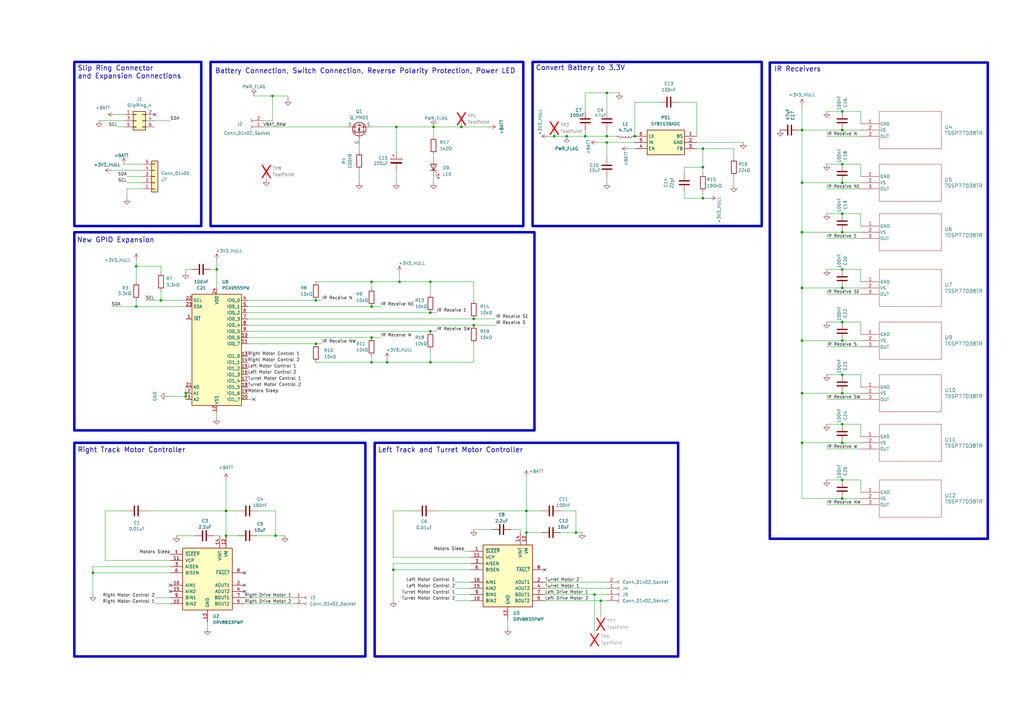
<source format=kicad_sch>
(kicad_sch (version 20250114) (generator "eeschema") (generator_version "9.0")
  (paper "A3")
  (title_block (title "Tank Hull Board"))
  (rectangle (start 218.44 25.4) (end 312.42 92.71) (stroke (width 1.016)))
  (rectangle (start 30.48 181.61) (end 149.86 269.24) (stroke (width 1.016)))
  (rectangle (start 86.36 25.4) (end 214.63 92.71) (stroke (width 1.016)))
  (rectangle (start 315.722 25.654) (end 405.13 220.98) (stroke (width 1.016)))
  (rectangle (start 30.48 95.25) (end 219.202 176.53) (stroke (width 1.016)))
  (rectangle (start 30.48 25.4) (end 82.55 92.71) (stroke (width 1.016)))
  (rectangle (start 153.67 181.61) (end 278.13 269.24) (stroke (width 1.016)))
  (text "Left Track and Turret Motor Controller" (at 154.94 184.658 0) (effects (font (size 2.032 2.032) (thickness 0.254) (bold yes)) (justify left)))
  (text "Convert Battery to 3.3V" (at 219.71 27.94 0) (effects (font (size 2.032 2.032) (thickness 0.254) (bold yes)) (justify left)))
  (text "Slip Ring Connector\nand Expansion Connections" (at 31.75 29.718 0) (effects (font (size 2.032 2.032) (thickness 0.254) (bold yes)) (justify left)))
  (text "IR Receivers" (at 317.5 28.448 0) (effects (font (size 2.032 2.032) (thickness 0.254) (bold yes)) (justify left)))
  (text "Battery Connection, Switch Connection, Reverse Polarity Protection, Power LED" (at 88.138 29.21 0) (effects (font (size 2.032 2.032) (thickness 0.254) (bold yes)) (justify left)))
  (text "New GPIO Expansion" (at 31.496 98.552 0) (effects (font (size 2.032 2.032) (thickness 0.254) (bold yes)) (justify left)))
  (text "Right Track Motor Controller" (at 31.75 184.658 0) (effects (font (size 2.032 2.032) (thickness 0.254) (bold yes)) (justify left)))
  (junction (at 176.53 128.27))
  (junction (at 248.92 58.42))
  (junction (at 328.93 161.29))
  (junction (at 92.71 219.71))
  (junction (at 194.31 133.35))
  (junction (at 177.8 52.07))
  (junction (at 76.2 162.56))
  (junction (at 240.03 55.88))
  (junction (at 345.44 45.72))
  (junction (at 55.88 109.22))
  (junction (at 345.44 74.93))
  (junction (at 248.92 55.88))
  (junction (at 288.29 81.28))
  (junction (at 158.75 148.59))
  (junction (at 345.44 173.99))
  (junction (at 345.44 132.08))
  (junction (at 328.93 181.61))
  (junction (at 194.31 130.81))
  (junction (at 345.44 67.31))
  (junction (at 92.71 209.55))
  (junction (at 345.44 87.63))
  (junction (at 176.53 115.57))
  (junction (at 260.35 55.88))
  (junction (at 66.04 123.19))
  (junction (at 88.9 110.49))
  (junction (at 328.93 95.25))
  (junction (at 345.44 95.25))
  (junction (at 162.56 52.07))
  (junction (at 152.4 138.43))
  (junction (at 152.4 125.73))
  (junction (at 161.29 233.68))
  (junction (at 345.44 153.67))
  (junction (at 345.44 181.61))
  (junction (at 288.29 68.58))
  (junction (at 55.88 125.73))
  (junction (at 328.93 118.11))
  (junction (at 345.44 110.49))
  (junction (at 113.03 219.71))
  (junction (at 176.53 148.59))
  (junction (at 163.83 115.57))
  (junction (at 328.93 74.93))
  (junction (at 111.76 39.37))
  (junction (at 129.54 140.97))
  (junction (at 176.53 135.89))
  (junction (at 215.9 209.55))
  (junction (at 76.2 161.29))
  (junction (at 215.9 218.44))
  (junction (at 328.93 53.34))
  (junction (at 246.38 246.38))
  (junction (at 345.44 204.47))
  (junction (at 129.54 123.19))
  (junction (at 345.44 53.34))
  (junction (at 236.22 218.44))
  (junction (at 243.84 243.84))
  (junction (at 345.44 139.7))
  (junction (at 227.33 55.88))
  (junction (at 345.44 196.85))
  (junction (at 345.44 161.29))
  (junction (at 152.4 115.57))
  (junction (at 248.92 38.1))
  (junction (at 288.29 60.96))
  (junction (at 232.41 55.88))
  (junction (at 38.1 234.95))
  (junction (at 152.4 148.59))
  (junction (at 345.44 118.11))
  (junction (at 189.23 52.07))
  (junction (at 328.93 139.7))
  (no_connect (at 69.85 242.57))
  (no_connect (at 69.85 240.03))
  (no_connect (at 223.52 233.68))
  (no_connect (at 100.33 234.95))
  (no_connect (at 100.33 242.57))
  (no_connect (at 63.5 46.99))
  (no_connect (at 100.33 240.03))
  (no_connect (at 104.14 163.83))
  (wire (pts (xy 111.76 39.37) (xy 111.76 49.53)))
  (wire (pts (xy 345.44 118.11) (xy 353.06 118.11)))
  (wire (pts (xy 72.39 219.71) (xy 80.01 219.71)))
  (wire (pts (xy 328.93 95.25) (xy 345.44 95.25)))
  (wire (pts (xy 101.6 130.81) (xy 194.31 130.81)))
  (wire (pts (xy 63.5 49.53) (xy 69.85 49.53)))
  (wire (pts (xy 328.93 181.61) (xy 345.44 181.61)))
  (wire (pts (xy 129.54 115.57) (xy 152.4 115.57)))
  (wire (pts (xy 339.09 77.47) (xy 353.06 77.47)))
  (wire (pts (xy 215.9 209.55) (xy 215.9 218.44)))
  (wire (pts (xy 339.09 207.01) (xy 353.06 207.01)))
  (wire (pts (xy 162.56 52.07) (xy 152.4 52.07)))
  (wire (pts (xy 86.36 110.49) (xy 88.9 110.49)))
  (wire (pts (xy 328.93 118.11) (xy 328.93 139.7)))
  (wire (pts (xy 40.64 49.53) (xy 50.8 49.53)))
  (wire (pts (xy 194.31 133.35) (xy 203.2 133.35)))
  (wire (pts (xy 76.2 161.29) (xy 76.2 162.56)))
  (wire (pts (xy 290.83 81.28) (xy 288.29 81.28)))
  (wire (pts (xy 186.69 241.3) (xy 193.04 241.3)))
  (wire (pts (xy 105.41 219.71) (xy 113.03 219.71)))
  (wire (pts (xy 113.03 219.71) (xy 113.03 209.55)))
  (wire (pts (xy 50.8 67.31) (xy 58.42 67.31)))
  (wire (pts (xy 353.06 132.08) (xy 345.44 132.08)))
  (wire (pts (xy 353.06 45.72) (xy 345.44 45.72)))
  (wire (pts (xy 353.06 110.49) (xy 353.06 115.57)))
  (wire (pts (xy 190.5 226.06) (xy 193.04 226.06)))
  (wire (pts (xy 353.06 173.99) (xy 353.06 179.07)))
  (wire (pts (xy 345.44 161.29) (xy 353.06 161.29)))
  (wire (pts (xy 227.33 55.88) (xy 232.41 55.88)))
  (wire (pts (xy 147.32 59.69) (xy 147.32 62.23)))
  (wire (pts (xy 280.67 78.74) (xy 280.67 81.28)))
  (wire (pts (xy 161.29 228.6) (xy 193.04 228.6)))
  (wire (pts (xy 339.09 120.65) (xy 353.06 120.65)))
  (wire (pts (xy 38.1 234.95) (xy 38.1 243.84)))
  (wire (pts (xy 339.09 184.15) (xy 353.06 184.15)))
  (wire (pts (xy 88.9 106.68) (xy 88.9 110.49)))
  (wire (pts (xy 353.06 196.85) (xy 345.44 196.85)))
  (wire (pts (xy 328.93 139.7) (xy 328.93 161.29)))
  (wire (pts (xy 177.8 52.07) (xy 189.23 52.07)))
  (wire (pts (xy 353.06 132.08) (xy 353.06 137.16)))
  (wire (pts (xy 280.67 71.12) (xy 280.67 68.58)))
  (wire (pts (xy 280.67 68.58) (xy 288.29 68.58)))
  (wire (pts (xy 161.29 233.68) (xy 161.29 246.38)))
  (wire (pts (xy 328.93 43.18) (xy 328.93 53.34)))
  (wire (pts (xy 215.9 195.58) (xy 215.9 209.55)))
  (wire (pts (xy 328.93 181.61) (xy 328.93 204.47)))
  (wire (pts (xy 236.22 209.55) (xy 236.22 218.44)))
  (wire (pts (xy 87.63 219.71) (xy 90.17 219.71)))
  (wire (pts (xy 240.03 38.1) (xy 240.03 45.72)))
  (wire (pts (xy 248.92 72.39) (xy 248.92 74.93)))
  (wire (pts (xy 38.1 234.95) (xy 69.85 234.95)))
  (wire (pts (xy 345.44 196.85) (xy 339.09 196.85)))
  (wire (pts (xy 194.31 217.17) (xy 201.93 217.17)))
  (wire (pts (xy 92.71 196.85) (xy 92.71 209.55)))
  (wire (pts (xy 339.09 142.24) (xy 353.06 142.24)))
  (wire (pts (xy 345.44 173.99) (xy 339.09 173.99)))
  (wire (pts (xy 101.6 123.19) (xy 129.54 123.19)))
  (wire (pts (xy 132.08 140.97) (xy 129.54 140.97)))
  (wire (pts (xy 345.44 95.25) (xy 353.06 95.25)))
  (wire (pts (xy 245.11 58.42) (xy 248.92 58.42)))
  (wire (pts (xy 63.5 245.11) (xy 69.85 245.11)))
  (wire (pts (xy 101.6 125.73) (xy 152.4 125.73)))
  (wire (pts (xy 76.2 111.76) (xy 76.2 110.49)))
  (wire (pts (xy 285.75 41.91) (xy 285.75 55.88)))
  (wire (pts (xy 345.44 67.31) (xy 339.09 67.31)))
  (wire (pts (xy 162.56 52.07) (xy 177.8 52.07)))
  (wire (pts (xy 339.09 163.83) (xy 353.06 163.83)))
  (wire (pts (xy 38.1 232.41) (xy 69.85 232.41)))
  (wire (pts (xy 163.83 115.57) (xy 176.53 115.57)))
  (wire (pts (xy 156.21 138.43) (xy 152.4 138.43)))
  (wire (pts (xy 118.11 39.37) (xy 118.11 40.64)))
  (wire (pts (xy 162.56 52.07) (xy 162.56 62.23)))
  (wire (pts (xy 328.93 139.7) (xy 345.44 139.7)))
  (wire (pts (xy 328.93 161.29) (xy 345.44 161.29)))
  (wire (pts (xy 353.06 87.63) (xy 345.44 87.63)))
  (wire (pts (xy 328.93 118.11) (xy 345.44 118.11)))
  (wire (pts (xy 55.88 109.22) (xy 55.88 115.57)))
  (wire (pts (xy 288.29 60.96) (xy 285.75 60.96)))
  (wire (pts (xy 304.8 58.42) (xy 285.75 58.42)))
  (wire (pts (xy 246.38 246.38) (xy 248.92 246.38)))
  (wire (pts (xy 189.23 52.07) (xy 200.66 52.07)))
  (wire (pts (xy 55.88 106.68) (xy 55.88 109.22)))
  (wire (pts (xy 104.14 163.83) (xy 101.6 163.83)))
  (wire (pts (xy 223.52 246.38) (xy 246.38 246.38)))
  (wire (pts (xy 92.71 219.71) (xy 97.79 219.71)))
  (wire (pts (xy 194.31 130.81) (xy 203.2 130.81)))
  (wire (pts (xy 238.76 218.44) (xy 236.22 218.44)))
  (wire (pts (xy 76.2 161.29) (xy 76.2 158.75)))
  (wire (pts (xy 345.44 204.47) (xy 353.06 204.47)))
  (wire (pts (xy 240.03 55.88) (xy 248.92 55.88)))
  (wire (pts (xy 113.03 219.71) (xy 116.84 219.71)))
  (wire (pts (xy 152.4 115.57) (xy 152.4 118.11)))
  (wire (pts (xy 76.2 162.56) (xy 76.2 163.83)))
  (wire (pts (xy 240.03 38.1) (xy 248.92 38.1)))
  (wire (pts (xy 345.44 74.93) (xy 353.06 74.93)))
  (wire (pts (xy 240.03 53.34) (xy 240.03 55.88)))
  (wire (pts (xy 224.79 55.88) (xy 227.33 55.88)))
  (wire (pts (xy 66.04 109.22) (xy 55.88 109.22)))
  (wire (pts (xy 236.22 209.55) (xy 229.87 209.55)))
  (wire (pts (xy 248.92 38.1) (xy 248.92 45.72)))
  (wire (pts (xy 163.83 111.76) (xy 163.83 115.57)))
  (wire (pts (xy 48.26 52.07) (xy 50.8 52.07)))
  (wire (pts (xy 177.8 209.55) (xy 215.9 209.55)))
  (wire (pts (xy 186.69 238.76) (xy 193.04 238.76)))
  (wire (pts (xy 257.81 60.96) (xy 260.35 60.96)))
  (wire (pts (xy 353.06 67.31) (xy 353.06 72.39)))
  (wire (pts (xy 52.07 81.28) (xy 52.07 77.47)))
  (wire (pts (xy 353.06 153.67) (xy 345.44 153.67)))
  (wire (pts (xy 161.29 209.55) (xy 161.29 228.6)))
  (wire (pts (xy 59.69 123.19) (xy 66.04 123.19)))
  (wire (pts (xy 177.8 63.5) (xy 177.8 64.77)))
  (wire (pts (xy 85.09 257.81) (xy 85.09 255.27)))
  (wire (pts (xy 248.92 53.34) (xy 248.92 55.88)))
  (wire (pts (xy 101.6 140.97) (xy 129.54 140.97)))
  (wire (pts (xy 300.99 76.2) (xy 300.99 72.39)))
  (wire (pts (xy 345.44 132.08) (xy 339.09 132.08)))
  (wire (pts (xy 161.29 233.68) (xy 193.04 233.68)))
  (wire (pts (xy 76.2 110.49) (xy 78.74 110.49)))
  (wire (pts (xy 43.18 229.87) (xy 69.85 229.87)))
  (wire (pts (xy 288.29 60.96) (xy 288.29 68.58)))
  (wire (pts (xy 162.56 69.85) (xy 162.56 74.93)))
  (wire (pts (xy 88.9 171.45) (xy 88.9 168.91)))
  (wire (pts (xy 353.06 153.67) (xy 353.06 158.75)))
  (wire (pts (xy 111.76 39.37) (xy 118.11 39.37)))
  (wire (pts (xy 278.13 41.91) (xy 285.75 41.91)))
  (wire (pts (xy 328.93 53.34) (xy 345.44 53.34)))
  (wire (pts (xy 158.75 148.59) (xy 176.53 148.59)))
  (wire (pts (xy 66.04 123.19) (xy 76.2 123.19)))
  (wire (pts (xy 353.06 196.85) (xy 353.06 201.93)))
  (wire (pts (xy 100.33 245.11) (xy 120.65 245.11)))
  (wire (pts (xy 46.99 46.99) (xy 50.8 46.99)))
  (wire (pts (xy 328.93 95.25) (xy 328.93 118.11)))
  (wire (pts (xy 243.84 259.08) (xy 243.84 243.84)))
  (wire (pts (xy 223.52 241.3) (xy 248.92 241.3)))
  (wire (pts (xy 328.93 74.93) (xy 345.44 74.93)))
  (wire (pts (xy 248.92 58.42) (xy 248.92 64.77)))
  (wire (pts (xy 208.28 254) (xy 208.28 257.81)))
  (wire (pts (xy 107.95 52.07) (xy 142.24 52.07)))
  (wire (pts (xy 66.04 109.22) (xy 66.04 111.76)))
  (wire (pts (xy 45.72 125.73) (xy 55.88 125.73)))
  (wire (pts (xy 161.29 231.14) (xy 161.29 233.68)))
  (wire (pts (xy 158.75 148.59) (xy 158.75 147.32)))
  (wire (pts (xy 161.29 231.14) (xy 193.04 231.14)))
  (wire (pts (xy 248.92 58.42) (xy 260.35 58.42)))
  (wire (pts (xy 353.06 173.99) (xy 345.44 173.99)))
  (wire (pts (xy 353.06 110.49) (xy 345.44 110.49)))
  (wire (pts (xy 328.93 204.47) (xy 345.44 204.47)))
  (wire (pts (xy 52.07 74.93) (xy 58.42 74.93)))
  (wire (pts (xy 101.6 128.27) (xy 176.53 128.27)))
  (wire (pts (xy 288.29 60.96) (xy 300.99 60.96)))
  (wire (pts (xy 161.29 209.55) (xy 170.18 209.55)))
  (wire (pts (xy 229.87 218.44) (xy 236.22 218.44)))
  (wire (pts (xy 243.84 243.84) (xy 248.92 243.84)))
  (wire (pts (xy 215.9 218.44) (xy 222.25 218.44)))
  (wire (pts (xy 129.54 123.19) (xy 132.08 123.19)))
  (wire (pts (xy 223.52 238.76) (xy 248.92 238.76)))
  (wire (pts (xy 328.93 53.34) (xy 328.93 74.93)))
  (wire (pts (xy 177.8 72.39) (xy 177.8 74.93)))
  (wire (pts (xy 213.36 217.17) (xy 209.55 217.17)))
  (wire (pts (xy 186.69 246.38) (xy 193.04 246.38)))
  (wire (pts (xy 147.32 69.85) (xy 147.32 74.93)))
  (wire (pts (xy 186.69 243.84) (xy 193.04 243.84)))
  (wire (pts (xy 45.72 69.85) (xy 58.42 69.85)))
  (wire (pts (xy 232.41 55.88) (xy 240.03 55.88)))
  (wire (pts (xy 223.52 243.84) (xy 243.84 243.84)))
  (wire (pts (xy 300.99 64.77) (xy 300.99 60.96)))
  (wire (pts (xy 353.06 67.31) (xy 345.44 67.31)))
  (wire (pts (xy 327.66 53.34) (xy 328.93 53.34)))
  (wire (pts (xy 270.51 41.91) (xy 260.35 41.91)))
  (wire (pts (xy 176.53 148.59) (xy 194.31 148.59)))
  (wire (pts (xy 105.41 209.55) (xy 113.03 209.55)))
  (wire (pts (xy 328.93 74.93) (xy 328.93 95.25)))
  (wire (pts (xy 288.29 68.58) (xy 288.29 71.12)))
  (wire (pts (xy 213.36 217.17) (xy 213.36 218.44)))
  (wire (pts (xy 63.5 247.65) (xy 69.85 247.65)))
  (wire (pts (xy 100.33 247.65) (xy 120.65 247.65)))
  (wire (pts (xy 52.07 72.39) (xy 58.42 72.39)))
  (wire (pts (xy 176.53 143.51) (xy 176.53 148.59)))
  (wire (pts (xy 328.93 161.29) (xy 328.93 181.61)))
  (wire (pts (xy 55.88 125.73) (xy 76.2 125.73)))
  (wire (pts (xy 152.4 148.59) (xy 152.4 146.05)))
  (wire (pts (xy 177.8 52.07) (xy 177.8 55.88)))
  (wire (pts (xy 101.6 135.89) (xy 176.53 135.89)))
  (wire (pts (xy 152.4 148.59) (xy 158.75 148.59)))
  (wire (pts (xy 179.07 128.27) (xy 176.53 128.27)))
  (wire (pts (xy 345.44 87.63) (xy 339.09 87.63)))
  (wire (pts (xy 345.44 153.67) (xy 339.09 153.67)))
  (wire (pts (xy 260.35 41.91) (xy 260.35 55.88)))
  (wire (pts (xy 104.14 39.37) (xy 111.76 39.37)))
  (wire (pts (xy 152.4 125.73) (xy 156.21 125.73)))
  (wire (pts (xy 345.44 139.7) (xy 353.06 139.7)))
  (wire (pts (xy 280.67 81.28) (xy 288.29 81.28)))
  (wire (pts (xy 59.69 209.55) (xy 92.71 209.55)))
  (wire (pts (xy 43.18 209.55) (xy 43.18 229.87)))
  (wire (pts (xy 92.71 209.55) (xy 92.71 219.71)))
  (wire (pts (xy 101.6 138.43) (xy 152.4 138.43)))
  (wire (pts (xy 345.44 181.61) (xy 353.06 181.61)))
  (wire (pts (xy 246.38 252.73) (xy 246.38 246.38)))
  (wire (pts (xy 111.76 49.53) (xy 107.95 49.53)))
  (wire (pts (xy 194.31 140.97) (xy 194.31 148.59)))
  (wire (pts (xy 38.1 232.41) (xy 38.1 234.95)))
  (wire (pts (xy 215.9 209.55) (xy 222.25 209.55)))
  (wire (pts (xy 288.29 81.28) (xy 288.29 78.74)))
  (wire (pts (xy 176.53 135.89) (xy 179.07 135.89)))
  (wire (pts (xy 353.06 87.63) (xy 353.06 92.71)))
  (wire (pts (xy 68.58 162.56) (xy 76.2 162.56)))
  (wire (pts (xy 353.06 45.72) (xy 353.06 50.8)))
  (wire (pts (xy 43.18 209.55) (xy 52.07 209.55)))
  (wire (pts (xy 55.88 123.19) (xy 55.88 125.73)))
  (wire (pts (xy 66.04 123.19) (xy 66.04 119.38)))
  (wire (pts (xy 339.09 55.88) (xy 353.06 55.88)))
  (wire (pts (xy 345.44 53.34) (xy 353.06 53.34)))
  (wire (pts (xy 176.53 115.57) (xy 176.53 120.65)))
  (wire (pts (xy 52.07 77.47) (xy 58.42 77.47)))
  (wire (pts (xy 92.71 209.55) (xy 97.79 209.55)))
  (wire (pts (xy 194.31 123.19) (xy 194.31 115.57)))
  (wire (pts (xy 248.92 55.88) (xy 252.73 55.88)))
  (wire (pts (xy 176.53 115.57) (xy 194.31 115.57)))
  (wire (pts (xy 152.4 115.57) (xy 163.83 115.57)))
  (wire (pts (xy 339.09 97.79) (xy 353.06 97.79)))
  (wire (pts (xy 129.54 148.59) (xy 152.4 148.59)))
  (wire (pts (xy 254 38.1) (xy 248.92 38.1)))
  (wire (pts (xy 101.6 133.35) (xy 194.31 133.35)))
  (wire (pts (xy 345.44 45.72) (xy 339.09 45.72)))
  (wire (pts (xy 345.44 110.49) (xy 339.09 110.49)))
  (wire (pts (xy 88.9 110.49) (xy 88.9 118.11)))
  (label "Motors Sleep" (at 190.5 226.06 180))
  (label "Right Motor Control 2" (at 101.6 148.59 0))
  (label "Turret Motor 2" (at 223.52 238.76 0))
  (label "IR Receive NW" (at 132.08 140.97 0))
  (label "IR Receive SW" (at 179.07 135.89 0))
  (label "IR Receive S" (at 203.2 133.35 0))
  (label "Right Drive Motor 2" (at 100.33 247.65 0))
  (label "Turret Motor Control 1" (at 101.6 156.21 0))
  (label "IR Receive SE" (at 203.2 130.81 0))
  (label "IR Receive SE" (at 339.09 120.65 0))
  (label "IR Receive N" (at 132.08 123.19 0))
  (label "IR Receive S" (at 339.09 142.24 0))
  (label "IR Receive NW" (at 339.09 207.01 0))
  (label "Right Motor Control 2" (at 63.5 245.11 180))
  (label "SCL" (at 48.26 52.07 180))
  (label "Turret Motor Control 2" (at 101.6 158.75 0))
  (label "IR Receive NE" (at 156.21 125.73 0))
  (label "Right Motor Control 1" (at 101.6 146.05 0))
  (label "IR Receive W" (at 156.21 138.43 0))
  (label "Left Motor Control 2" (at 101.6 153.67 0))
  (label "Left Motor Control 2" (at 186.69 241.3 180))
  (label "IR Receive E" (at 179.07 128.27 0))
  (label "IR Receive W" (at 339.09 184.15 0))
  (label "Right Drive Motor 1" (at 100.33 245.11 0))
  (label "Motors Sleep" (at 69.85 227.33 180))
  (label "Right Motor Control 1" (at 63.5 247.65 180))
  (label "IR Receive NE" (at 339.09 77.47 0))
  (label "Motors Sleep" (at 101.6 161.29 0))
  (label "Left Drive Motor 1" (at 223.52 243.84 0))
  (label "Left Motor Control 1" (at 186.69 238.76 180))
  (label "IR Receive E" (at 339.09 97.79 0))
  (label "IR Receive N" (at 339.09 55.88 0))
  (label "Left Drive Motor 2" (at 223.52 246.38 0))
  (label "SDA" (at 69.85 49.53 0))
  (label "SDA" (at 45.72 125.73 0))
  (label "Turret Motor 1" (at 223.52 241.3 0))
  (label "SCL" (at 59.69 123.19 0))
  (label "Left Motor Control 1" (at 101.6 151.13 0))
  (label "Turret Motor Control 2" (at 186.69 246.38 180))
  (label "SCL" (at 52.07 74.93 180))
  (label "IR Receive SW" (at 339.09 163.83 0))
  (label "VBAT_RAW" (at 107.95 52.07 0))
  (label "Turret Motor Control 1" (at 186.69 243.84 180))
  (label "SDA" (at 52.07 72.39 180))
  (symbol (lib_id "Connector:TestPoint") (at 227.33 55.88 0) (unit 1) (dnp yes)
    (property "Reference" "TP2" (at 229.87 51.3079 0) (effects (justify left)))
    (property "Value" "TestPoint" (at 229.87 53.8479 0) (effects (justify left)))
    (property "Footprint" "TestPoint:TestPoint_Pad_D1.0mm" (effects (hide yes)))
    (property "Description" "test point" (effects (hide yes)))
  )
  (symbol (lib_id "Device:R") (at 288.29 74.93 180) (unit 1)
    (property "Reference" "R15" (at 289.814 73.66 0) (effects (justify right)))
    (property "Value" "100kΩ" (at 289.814 76.2 0) (effects (justify right)))
    (property "Footprint" "Resistor_SMD:R_0603_1608Metric" (effects (hide yes)))
    (property "Description" "100mW Thick Film Resistors 75V ±100ppm/℃ ±1% 100kΩ 0603 Chip Resistor - Surface Mount ROHS" (effects (hide yes)))
    (property "JLCPCB Part #" "C25803" (effects (hide yes)))
    (property "MANUFACTURER" "UNI-ROYAL" (effects (hide yes)))
    (property "Manufacturer_Part_Number" "0603WAF1003T5E" (effects (hide yes)))
  )
  (symbol (lib_id "Device:R") (at 176.53 124.46 0) (unit 1)
    (property "Reference" "R13" (at 170.18 123.1899 0) (effects (justify left)))
    (property "Value" "10kΩ" (at 170.18 125.7299 0) (effects (justify left)))
    (property "Footprint" "Resistor_SMD:R_0603_1608Metric" (effects (hide yes)))
    (property "Description" "100mW Thick Film Resistors 75V ±100ppm/℃ ±1% 10kΩ 0603 Chip Resistor - Surface Mount ROHS" (effects (hide yes)))
    (property "JLCPCB Part #" "C25804" (effects (hide yes)))
    (property "MANUFACTURER" "UNI-ROYAL" (effects (hide yes)))
    (property "Manufacturer_Part_Number" "0603WAF1002T5E" (effects (hide yes)))
  )
  (symbol (lib_id "Device:R") (at 300.99 68.58 180) (unit 1)
    (property "Reference" "R16" (at 302.768 67.31 0) (effects (justify right)))
    (property "Value" "22kΩ" (at 302.768 69.85 0) (effects (justify right)))
    (property "Footprint" "Resistor_SMD:R_0603_1608Metric" (effects (hide yes)))
    (property "Description" "100mW Thick Film Resistors 75V ±100ppm/℃ ±1% 22kΩ 0603 Chip Resistor - Surface Mount ROHS" (effects (hide yes)))
    (property "JLCPCB Part #" "C31850" (effects (hide yes)))
    (property "MANUFACTURER" "UNI-ROYAL" (effects (hide yes)))
    (property "Manufacturer_Part_Number" "0603WAF2202T5E" (effects (hide yes)))
  )
  (symbol (lib_id "Connector:TestPoint") (at 246.38 252.73 180) (unit 1) (dnp yes)
    (property "Reference" "TP7" (at 248.92 254.7619 0) (effects (justify right)))
    (property "Value" "TestPoint" (at 248.92 257.3019 0) (effects (justify right)))
    (property "Footprint" "TestPoint:TestPoint_Pad_D1.0mm" (effects (hide yes)))
    (property "Description" "test point" (effects (hide yes)))
  )
  (symbol (lib_id "Device:C") (at 345.44 91.44 0) (unit 1)
    (property "Reference" "C19" (at 346.71 84.074 90))
    (property "Value" "100nF" (at 344.17 84.074 90))
    (property "Footprint" "Capacitor_SMD:C_0603_1608Metric" (effects (hide yes)))
    (property "Description" "50V 100nF X7R ±10% 0603 Multilayer Ceramic Capacitors MLCC - SMD/SMT ROHS" (effects (hide yes)))
    (property "JLCPCB Part #" "C14663" (effects (hide yes)))
    (property "MANUFACTURER" "YAGEO" (effects (hide yes)))
    (property "Manufacturer_Part_Number" "CC0603KRX7R9BB104" (effects (hide yes)))
  )
  (symbol (lib_id "power:GND") (at 72.39 219.71 0) (unit 1)
    (property "Reference" "#PWR09" (effects (hide yes)))
    (property "Value" "GND" (effects (hide yes)))
    (property "Description" "Power symbol creates a global label with name \"GND\" , ground" (effects (hide yes)))
  )
  (symbol (lib_id "Device:C") (at 323.85 53.34 90) (unit 1)
    (property "Reference" "C17" (at 325.12 45.466 0) (effects (justify right)))
    (property "Value" "47uF" (at 323.088 44.45 0) (effects (justify right)))
    (property "Footprint" "Capacitor_SMD:C_0805_2012Metric" (effects (hide yes)))
    (property "Description" "6.3V 47uF X5R ±20% 0805 Multilayer Ceramic Capacitors MLCC - SMD/SMT ROHS" (effects (hide yes)))
    (property "JLCPCB Part #" "C16780" (effects (hide yes)))
    (property "MANUFACTURER" "Samsung " (effects (hide yes)))
    (property "Manufacturer_Part_Number" "C16780" (effects (hide yes)))
  )
  (symbol (lib_id "power:+BATT") (at 224.79 55.88 90) (unit 1)
    (property "Reference" "#PWR020" (effects (hide yes)))
    (property "Value" "+3V3_HULL" (at 221.488 50.038 0))
    (property "Description" "Power symbol creates a global label with name \"+BATT\"" (effects (hide yes)))
  )
  (symbol (lib_id "Device:R") (at 129.54 119.38 0) (unit 1)
    (property "Reference" "R8" (at 123.19 118.11 0) (effects (justify left)))
    (property "Value" "10kΩ" (at 123.19 120.65 0) (effects (justify left)))
    (property "Footprint" "Resistor_SMD:R_0603_1608Metric" (effects (hide yes)))
    (property "Description" "100mW Thick Film Resistors 75V ±100ppm/℃ ±1% 10kΩ 0603 Chip Resistor - Surface Mount ROHS" (effects (hide yes)))
    (property "JLCPCB Part #" "C25804" (effects (hide yes)))
    (property "MANUFACTURER" "UNI-ROYAL" (effects (hide yes)))
    (property "Manufacturer_Part_Number" "0603WAF1002T5E" (effects (hide yes)))
  )
  (symbol (lib_id "power:GND") (at 85.09 257.81 0) (unit 1)
    (property "Reference" "#PWR012" (effects (hide yes)))
    (property "Value" "GND" (effects (hide yes)))
    (property "Description" "Power symbol creates a global label with name \"GND\" , ground" (effects (hide yes)))
  )
  (symbol (lib_id "Device:C") (at 101.6 209.55 270) (unit 1)
    (property "Reference" "C4" (at 106.68 204.724 90))
    (property "Value" "100nF" (at 106.68 207.264 90))
    (property "Footprint" "Capacitor_SMD:C_0603_1608Metric" (effects (hide yes)))
    (property "Description" "50V 100nF X7R ±10% 0603 Multilayer Ceramic Capacitors MLCC - SMD/SMT ROHS" (effects (hide yes)))
    (property "JLCPCB Part #" "C14663" (effects (hide yes)))
    (property "MANUFACTURER" "YAGEO" (effects (hide yes)))
    (property "Manufacturer_Part_Number" "CC0603KRX7R9BB104" (effects (hide yes)))
  )
  (symbol (lib_id "Device:R") (at 55.88 119.38 0) (unit 1)
    (property "Reference" "R3" (at 50.038 118.11 0) (effects (justify left)))
    (property "Value" "3.3kΩ" (at 48.26 120.396 0) (effects (justify left)))
    (property "Footprint" "Resistor_SMD:R_0603_1608Metric" (effects (hide yes)))
    (property "Description" "100mW Thick Film Resistors 75V ±100ppm/℃ ±1% 3.3kΩ 0603 Chip Resistor - Surface Mount ROHS" (effects (hide yes)))
    (property "JLCPCB Part #" "C22978" (effects (hide yes)))
    (property "MANUFACTURER" "UNI-ROYAL" (effects (hide yes)))
    (property "Manufacturer_Part_Number" "0603WAF3301T5E" (effects (hide yes)))
  )
  (symbol (lib_id "power:GND") (at 162.56 74.93 0) (unit 1)
    (property "Reference" "#PWR041" (effects (hide yes)))
    (property "Value" "GND" (effects (hide yes)))
    (property "Description" "Power symbol creates a global label with name \"GND\" , ground" (effects (hide yes)))
  )
  (symbol (lib_id "power:+BATT") (at 88.9 106.68 0) (unit 1)
    (property "Reference" "#PWR038" (effects (hide yes)))
    (property "Value" "+3V3_HULL" (at 93.98 102.87 0))
    (property "Description" "Power symbol creates a global label with name \"+BATT\"" (effects (hide yes)))
  )
  (symbol (lib_id "Vishay IR Receiver:TSSP77038TR") (at 353.06 201.93 0) (unit 1)
    (property "Reference" "U12" (at 387.35 203.1999 0) (effects (font (size 1.524 1.524)) (justify left)))
    (property "Value" "TSSP77038TR" (at 387.35 205.7399 0) (effects (font (size 1.524 1.524)) (justify left)))
    (property "Footprint" "Vishay IR receiver:TSSP77038TR_VIS" (effects (hide yes)))
    (property "Datasheet" "https://www.vishay.com/doc?82470" (effects (hide yes)))
    (property "Description" "-25℃~+85℃ 10mW 2.5V~5.5V 38kHz 700uA 8m ±50° SMD-4P,6.8x3mm Infrared Remote Receiver (IRM) ROHS" (effects (hide yes)))
    (property "JLCPCB" "C499566" (effects (hide yes)))
  )
  (symbol (lib_id "Vishay IR Receiver:TSSP77038TR") (at 353.06 92.71 0) (unit 1)
    (property "Reference" "U6" (at 387.35 93.9799 0) (effects (font (size 1.524 1.524)) (justify left)))
    (property "Value" "TSSP77038TR" (at 387.35 96.5199 0) (effects (font (size 1.524 1.524)) (justify left)))
    (property "Footprint" "Vishay IR receiver:TSSP77038TR_VIS" (effects (hide yes)))
    (property "Datasheet" "https://www.vishay.com/doc?82470" (effects (hide yes)))
    (property "Description" "-25℃~+85℃ 10mW 2.5V~5.5V 38kHz 700uA 8m ±50° SMD-4P,6.8x3mm Infrared Remote Receiver (IRM) ROHS" (effects (hide yes)))
    (property "JLCPCB" "C499566" (effects (hide yes)))
  )
  (symbol (lib_id "Device:C") (at 205.74 217.17 90) (unit 1)
    (property "Reference" "C8" (at 205.74 211.074 90))
    (property "Value" "2.2uF" (at 205.74 213.614 90))
    (property "Footprint" "Capacitor_SMD:C_0603_1608Metric" (effects (hide yes)))
    (property "Description" "16V 2.2uF X5R ±10% 0603 Multilayer Ceramic Capacitors MLCC - SMD/SMT ROHS" (effects (hide yes)))
    (property "JLCPCB Part #" "C23630" (effects (hide yes)))
    (property "MANUFACTURER" "Samsung" (effects (hide yes)))
    (property "Manufacturer_Part_Number" "CL10A225KO8NNNC" (effects (hide yes)))
  )
  (symbol (lib_id "Vishay IR Receiver:TSSP77038TR") (at 353.06 158.75 0) (unit 1)
    (property "Reference" "U10" (at 387.35 160.0199 0) (effects (font (size 1.524 1.524)) (justify left)))
    (property "Value" "TSSP77038TR" (at 387.35 162.5599 0) (effects (font (size 1.524 1.524)) (justify left)))
    (property "Footprint" "Vishay IR receiver:TSSP77038TR_VIS" (effects (hide yes)))
    (property "Datasheet" "https://www.vishay.com/doc?82470" (effects (hide yes)))
    (property "Description" "-25℃~+85℃ 10mW 2.5V~5.5V 38kHz 700uA 8m ±50° SMD-4P,6.8x3mm Infrared Remote Receiver (IRM) ROHS" (effects (hide yes)))
    (property "JLCPCB" "C499566" (effects (hide yes)))
  )
  (symbol (lib_id "Device:C") (at 345.44 157.48 0) (unit 1)
    (property "Reference" "C23" (at 346.71 150.114 90))
    (property "Value" "100nF" (at 344.17 150.114 90))
    (property "Footprint" "Capacitor_SMD:C_0603_1608Metric" (effects (hide yes)))
    (property "Description" "50V 100nF X7R ±10% 0603 Multilayer Ceramic Capacitors MLCC - SMD/SMT ROHS" (effects (hide yes)))
    (property "JLCPCB Part #" "C14663" (effects (hide yes)))
    (property "MANUFACTURER" "YAGEO" (effects (hide yes)))
    (property "Manufacturer_Part_Number" "CC0603KRX7R9BB104" (effects (hide yes)))
  )
  (symbol (lib_id "Device:R") (at 194.31 137.16 0) (unit 1)
    (property "Reference" "R19" (at 196.85 135.8899 0) (effects (justify left)))
    (property "Value" "10kΩ" (at 196.85 138.4299 0) (effects (justify left)))
    (property "Footprint" "Resistor_SMD:R_0603_1608Metric" (effects (hide yes)))
    (property "Description" "100mW Thick Film Resistors 75V ±100ppm/℃ ±1% 10kΩ 0603 Chip Resistor - Surface Mount ROHS" (effects (hide yes)))
    (property "JLCPCB Part #" "C25804" (effects (hide yes)))
    (property "MANUFACTURER" "UNI-ROYAL" (effects (hide yes)))
    (property "Manufacturer_Part_Number" "0603WAF1002T5E" (effects (hide yes)))
  )
  (symbol (lib_id "Vishay IR Receiver:TSSP77038TR") (at 353.06 72.39 0) (unit 1)
    (property "Reference" "U5" (at 387.35 73.6599 0) (effects (font (size 1.524 1.524)) (justify left)))
    (property "Value" "TSSP77038TR" (at 387.35 76.1999 0) (effects (font (size 1.524 1.524)) (justify left)))
    (property "Footprint" "Vishay IR receiver:TSSP77038TR_VIS" (effects (hide yes)))
    (property "Datasheet" "https://www.vishay.com/doc?82470" (effects (hide yes)))
    (property "Description" "-25℃~+85℃ 10mW 2.5V~5.5V 38kHz 700uA 8m ±50° SMD-4P,6.8x3mm Infrared Remote Receiver (IRM) ROHS" (effects (hide yes)))
    (property "JLCPCB" "C499566" (effects (hide yes)))
  )
  (symbol (lib_id "power:GND") (at 147.32 74.93 0) (unit 1)
    (property "Reference" "#PWR017" (effects (hide yes)))
    (property "Value" "GND" (effects (hide yes)))
    (property "Description" "Power symbol creates a global label with name \"GND\" , ground" (effects (hide yes)))
  )
  (symbol (lib_id "Driver_Motor:DRV8833PWP") (at 208.28 236.22 0) (unit 1)
    (property "Reference" "U3" (at 210.4233 251.46 0) (effects (justify left)))
    (property "Value" "DRV8833PWP" (at 210.4233 254 0) (effects (justify left)))
    (property "Footprint" "Package_SO:HTSSOP-16-1EP_4.4x5mm_P0.65mm_EP3.4x5mm_Mask2.46x2.31mm_ThermalVias" (effects (hide yes)))
    (property "Datasheet" "http://www.ti.com/lit/ds/symlink/drv8833.pdf" (effects (hide yes)))
    (property "Description" "Dual H-Bridge Motor Driver, HTSSOP-16" (effects (hide yes)))
    (property "JLCPCB Part #" "C50506" (effects (hide yes)))
    (property "MANUFACTURER" "Texas Instruments" (effects (hide yes)))
    (property "Manufacturer_Part_Number" "DRV8833PWPR" (effects (hide yes)))
  )
  (symbol (lib_id "Device:C") (at 248.92 49.53 180) (unit 1)
    (property "Reference" "C9" (at 244.856 45.212 0) (effects (justify right)))
    (property "Value" "47uF" (at 243.84 47.244 0) (effects (justify right)))
    (property "Footprint" "Capacitor_SMD:C_0805_2012Metric" (effects (hide yes)))
    (property "Description" "6.3V 47uF X5R ±20% 0805 Multilayer Ceramic Capacitors MLCC - SMD/SMT ROHS" (effects (hide yes)))
    (property "JLCPCB Part #" "C16780" (effects (hide yes)))
    (property "MANUFACTURER" "Samsung " (effects (hide yes)))
    (property "Manufacturer_Part_Number" "C16780" (effects (hide yes)))
  )
  (symbol (lib_id "power:+BATT") (at 158.75 147.32 0) (unit 1)
    (property "Reference" "#PWR045" (effects (hide yes)))
    (property "Value" "+3V3_HULL" (at 163.83 143.51 0))
    (property "Description" "Power symbol creates a global label with name \"+BATT\"" (effects (hide yes)))
  )
  (symbol (lib_id "power:+BATT") (at 200.66 52.07 270) (unit 1)
    (property "Reference" "#PWR018" (effects (hide yes)))
    (property "Value" "+BATT" (at 205.74 52.07 0))
    (property "Description" "Power symbol creates a global label with name \"+BATT\"" (effects (hide yes)))
  )
  (symbol (lib_id "Device:C") (at 82.55 110.49 90) (unit 1)
    (property "Reference" "C21" (at 82.55 118.11 90))
    (property "Value" "100nF" (at 82.55 115.57 90))
    (property "Footprint" "Capacitor_SMD:C_0603_1608Metric" (effects (hide yes)))
    (property "Description" "50V 100nF X7R ±10% 0603 Multilayer Ceramic Capacitors MLCC - SMD/SMT ROHS" (effects (hide yes)))
    (property "JLCPCB Part #" "C14663" (effects (hide yes)))
    (property "MANUFACTURER" "YAGEO" (effects (hide yes)))
    (property "Manufacturer_Part_Number" "CC0603KRX7R9BB104" (effects (hide yes)))
  )
  (symbol (lib_id "power:GND") (at 40.64 49.53 0) (unit 1)
    (property "Reference" "#PWR03" (effects (hide yes)))
    (property "Value" "GND" (effects (hide yes)))
    (property "Description" "Power symbol creates a global label with name \"GND\" , ground" (effects (hide yes)))
  )
  (symbol (lib_id "Device:R") (at 152.4 142.24 0) (unit 1)
    (property "Reference" "R11" (at 146.05 140.97 0) (effects (justify left)))
    (property "Value" "10kΩ" (at 146.05 143.51 0) (effects (justify left)))
    (property "Footprint" "Resistor_SMD:R_0603_1608Metric" (effects (hide yes)))
    (property "Description" "100mW Thick Film Resistors 75V ±100ppm/℃ ±1% 10kΩ 0603 Chip Resistor - Surface Mount ROHS" (effects (hide yes)))
    (property "JLCPCB Part #" "C25804" (effects (hide yes)))
    (property "MANUFACTURER" "UNI-ROYAL" (effects (hide yes)))
    (property "Manufacturer_Part_Number" "0603WAF1002T5E" (effects (hide yes)))
  )
  (symbol (lib_id "power:PWR_FLAG") (at 232.41 55.88 180) (unit 1)
    (property "Reference" "#FLG03" (effects (hide yes)))
    (property "Value" "PWR_FLAG" (at 232.41 60.96 0))
    (property "Description" "Special symbol for telling ERC where power comes from" (effects (hide yes)))
  )
  (symbol (lib_id "Device:C") (at 226.06 218.44 270) (unit 1)
    (property "Reference" "C12" (at 231.14 213.614 90))
    (property "Value" "10uF" (at 231.14 216.154 90))
    (property "Footprint" "Capacitor_SMD:C_0805_2012Metric" (effects (hide yes)))
    (property "Description" "25V 10uF X5R ±10% 0805 Multilayer Ceramic Capacitors MLCC - SMD/SMT ROHS" (effects (hide yes)))
    (property "JLCPCB Part #" "C15850" (effects (hide yes)))
    (property "MANUFACTURER" "Samsung" (effects (hide yes)))
    (property "Manufacturer_Part_Number" "CL21A106KAYNNNE" (effects (hide yes)))
  )
  (symbol (lib_id "power:PWR_FLAG") (at 104.14 39.37 0) (unit 1)
    (property "Reference" "#FLG01" (effects (hide yes)))
    (property "Value" "PWR_FLAG" (at 104.14 35.56 0))
    (property "Description" "Special symbol for telling ERC where power comes from" (effects (hide yes)))
  )
  (symbol (lib_id "power:+BATT") (at 328.93 43.18 0) (unit 1)
    (property "Reference" "#PWR036" (effects (hide yes)))
    (property "Value" "+3V3_HULL" (at 328.93 38.862 0))
    (property "Description" "Power symbol creates a global label with name \"+BATT\"" (effects (hide yes)))
  )
  (symbol (lib_id "Device:C") (at 345.44 49.53 0) (unit 1)
    (property "Reference" "C16" (at 346.71 42.164 90))
    (property "Value" "100nF" (at 344.17 42.164 90))
    (property "Footprint" "Capacitor_SMD:C_0603_1608Metric" (effects (hide yes)))
    (property "Description" "50V 100nF X7R ±10% 0603 Multilayer Ceramic Capacitors MLCC - SMD/SMT ROHS" (effects (hide yes)))
    (property "JLCPCB Part #" "C14663" (effects (hide yes)))
    (property "MANUFACTURER" "YAGEO" (effects (hide yes)))
    (property "Manufacturer_Part_Number" "CC0603KRX7R9BB104" (effects (hide yes)))
  )
  (symbol (lib_id "Device:C") (at 345.44 114.3 0) (unit 1)
    (property "Reference" "C20" (at 346.71 106.934 90))
    (property "Value" "100nF" (at 344.17 106.934 90))
    (property "Footprint" "Capacitor_SMD:C_0603_1608Metric" (effects (hide yes)))
    (property "Description" "50V 100nF X7R ±10% 0603 Multilayer Ceramic Capacitors MLCC - SMD/SMT ROHS" (effects (hide yes)))
    (property "JLCPCB Part #" "C14663" (effects (hide yes)))
    (property "MANUFACTURER" "YAGEO" (effects (hide yes)))
    (property "Manufacturer_Part_Number" "CC0603KRX7R9BB104" (effects (hide yes)))
  )
  (symbol (lib_id "Device:C") (at 274.32 41.91 270) (unit 1)
    (property "Reference" "C13" (at 274.32 34.29 90))
    (property "Value" "100nF" (at 274.32 36.83 90))
    (property "Footprint" "Capacitor_SMD:C_0603_1608Metric" (effects (hide yes)))
    (property "Description" "50V 100nF X7R ±10% 0603 Multilayer Ceramic Capacitors MLCC - SMD/SMT ROHS" (effects (hide yes)))
    (property "JLCPCB Part #" "C14663" (effects (hide yes)))
    (property "MANUFACTURER" "YAGEO" (effects (hide yes)))
    (property "Manufacturer_Part_Number" "CC0603KRX7R9BB104" (effects (hide yes)))
  )
  (symbol (lib_id "power:+BATT") (at 257.81 60.96 90) (unit 1)
    (property "Reference" "#PWR031" (effects (hide yes)))
    (property "Value" "+BATT" (at 256.794 65.024 0))
    (property "Description" "Power symbol creates a global label with name \"+BATT\"" (effects (hide yes)))
  )
  (symbol (lib_id "Device:C") (at 280.67 74.93 0) (unit 1)
    (property "Reference" "C14" (at 273.05 74.93 90))
    (property "Value" "22pF" (at 275.59 74.93 90))
    (property "Footprint" "Capacitor_SMD:C_0603_1608Metric" (effects (hide yes)))
    (property "Description" "50V 22pF C0G ±5% 0603 Multilayer Ceramic Capacitors MLCC - SMD/SMT ROHS" (effects (hide yes)))
    (property "JLCPCB Part #" "C1653" (effects (hide yes)))
    (property "MANUFACTURER" "Samsung" (effects (hide yes)))
    (property "Manufacturer_Part_Number" "CL10C220JB8NNNC" (effects (hide yes)))
  )
  (symbol (lib_id "Device:C") (at 345.44 71.12 0) (unit 1)
    (property "Reference" "C18" (at 346.71 63.754 90))
    (property "Value" "100nF" (at 344.17 63.754 90))
    (property "Footprint" "Capacitor_SMD:C_0603_1608Metric" (effects (hide yes)))
    (property "Description" "50V 100nF X7R ±10% 0603 Multilayer Ceramic Capacitors MLCC - SMD/SMT ROHS" (effects (hide yes)))
    (property "JLCPCB Part #" "C14663" (effects (hide yes)))
    (property "MANUFACTURER" "YAGEO" (effects (hide yes)))
    (property "Manufacturer_Part_Number" "CC0603KRX7R9BB104" (effects (hide yes)))
  )
  (symbol (lib_id "Connector_Generic:Conn_01x05") (at 63.5 72.39 0) (mirror x) (unit 1)
    (property "Reference" "J7" (at 66.04 73.6601 0) (effects (justify left)))
    (property "Value" "Conn_01x05" (at 66.04 71.1201 0) (effects (justify left)))
    (property "Footprint" "Connector_PinSocket_2.54mm:PinSocket_1x05_P2.54mm_Vertical" (effects (hide yes)))
    (property "Description" "2.54mm Single Row 5P Direct Insert 1x5P Plugin,P=2.54mm Female Headers ROHS" (effects (hide yes)))
    (property "JLCPCB Part #" "C50950" (effects (hide yes)))
    (property "MANUFACTURER" "BOOMELE" (effects (hide yes)))
    (property "Manufacturer_Part_Number" "2.54-1*5PFemale" (effects (hide yes)))
  )
  (symbol (lib_id "Device:L") (at 256.54 55.88 270) (unit 1)
    (property "Reference" "L1" (at 256.54 50.8 90))
    (property "Value" "4.7uH" (at 256.54 53.34 90))
    (property "Footprint" "Inductor_SMD:L_Changjiang_FXL0630" (effects (hide yes)))
    (property "Description" "6A 4.7uH Integrated molded inductor ±20% 9A SMD,6.6x7mm Power Inductors ROHS" (effects (hide yes)))
    (property "JLCPCB Part #" "C167220" (effects (hide yes)))
    (property "MANUFACTURER" "cjiang " (effects (hide yes)))
    (property "Manufacturer_Part_Number" "FXL0630-4R7-M" (effects (hide yes)))
  )
  (symbol (lib_id "Device:C") (at 345.44 200.66 0) (unit 1)
    (property "Reference" "C25" (at 346.71 193.294 90))
    (property "Value" "100nF" (at 344.17 193.294 90))
    (property "Footprint" "Capacitor_SMD:C_0603_1608Metric" (effects (hide yes)))
    (property "Description" "50V 100nF X7R ±10% 0603 Multilayer Ceramic Capacitors MLCC - SMD/SMT ROHS" (effects (hide yes)))
    (property "JLCPCB Part #" "C14663" (effects (hide yes)))
    (property "MANUFACTURER" "YAGEO" (effects (hide yes)))
    (property "Manufacturer_Part_Number" "CC0603KRX7R9BB104" (effects (hide yes)))
  )
  (symbol (lib_id "Connector:Conn_01x02_Socket") (at 125.73 245.11 0) (unit 1)
    (property "Reference" "J3" (at 127 245.1099 0) (effects (justify left)))
    (property "Value" "Conn_01x02_Socket" (at 127 247.6499 0) (effects (justify left)))
    (property "Footprint" "Connector_JST:JST_PH_B2B-PH-K_1x02_P2.00mm_Vertical" (effects (hide yes)))
    (property "Description" "1x2P 2P PH Tin 2 -25℃~+85℃ 2A 1 2mm Brass Direct Insert Plugin,P=2mm Wire To Board Connector ROHS" (effects (hide yes)))
    (property "JLCPCB Part #" "C131337" (effects (hide yes)))
    (property "MANUFACTURER" "JST" (effects (hide yes)))
    (property "Manufacturer_Part_Number" "B2B-PH-K-S(LF)(SN)" (effects (hide yes)))
  )
  (symbol (lib_id "Interface_Expansion:PCA9555PW") (at 88.9 143.51 0) (unit 1)
    (property "Reference" "U8" (at 91.0433 115.57 0) (effects (justify left)))
    (property "Value" "PCA9555PW" (at 91.0433 118.11 0) (effects (justify left)))
    (property "Footprint" "Package_SO:TSSOP-24_4.4x7.8mm_P0.65mm" (effects (hide yes)))
    (property "Datasheet" "https://www.nxp.com/docs/en/data-sheet/PCA9555.pdf" (effects (hide yes)))
    (property "Description" "IO expander 16 GPIO, I2C 400kHz, Interrupt, 2.3 - 5.5V, TSSOP-24" (effects (hide yes)))
  )
  (symbol (lib_id "power:GND") (at 300.99 76.2 0) (unit 1)
    (property "Reference" "#PWR039" (effects (hide yes)))
    (property "Value" "GND" (effects (hide yes)))
    (property "Description" "Power symbol creates a global label with name \"GND\" , ground" (effects (hide yes)))
  )
  (symbol (lib_id "Connector_Generic:Conn_02x03_Odd_Even") (at 55.88 49.53 0) (unit 1)
    (property "Reference" "J1" (at 57.15 40.64 0))
    (property "Value" "SlipRing_4" (at 57.15 43.18 0))
    (property "Footprint" "Connector_JST:JST_XH_B4B-XH-A_1x04_P2.50mm_Vertical" (effects (hide yes)))
    (property "Description" "-25℃~+85℃ 1 1x4P 2.5mm 250V 3A 4 4P 5.9mm 7mm Brass PA66 Through Hole Tin UL94V-0 XH Plugin,P=2.5mm Wire To Board Connector ROHS" (effects (hide yes)))
    (property "JLCPCB Part #" "C2908602" (effects (hide yes)))
    (property "MANUFACTURER" "JST" (effects (hide yes)))
    (property "Manufacturer_Part_Number" "XH-4A" (effects (hide yes)))
  )
  (symbol (lib_id "power:+BATT") (at 290.83 81.28 270) (unit 1)
    (property "Reference" "#PWR033" (effects (hide yes)))
    (property "Value" "+3V3_HULL" (at 294.894 86.106 0))
    (property "Description" "Power symbol creates a global label with name \"+BATT\"" (effects (hide yes)))
  )
  (symbol (lib_id "power:GND") (at 118.11 40.64 0) (unit 1)
    (property "Reference" "#PWR014" (effects (hide yes)))
    (property "Value" "GND" (effects (hide yes)))
    (property "Description" "Power symbol creates a global label with name \"GND\" , ground" (effects (hide yes)))
  )
  (symbol (lib_id "power:GND") (at 116.84 219.71 0) (unit 1)
    (property "Reference" "#PWR015" (effects (hide yes)))
    (property "Value" "GND" (effects (hide yes)))
    (property "Description" "Power symbol creates a global label with name \"GND\" , ground" (effects (hide yes)))
  )
  (symbol (lib_id "Device:R") (at 194.31 127 0) (unit 1)
    (property "Reference" "R14" (at 196.85 125.7299 0) (effects (justify left)))
    (property "Value" "10kΩ" (at 196.85 128.2699 0) (effects (justify left)))
    (property "Footprint" "Resistor_SMD:R_0603_1608Metric" (effects (hide yes)))
    (property "Description" "100mW Thick Film Resistors 75V ±100ppm/℃ ±1% 10kΩ 0603 Chip Resistor - Surface Mount ROHS" (effects (hide yes)))
    (property "JLCPCB Part #" "C25804" (effects (hide yes)))
    (property "MANUFACTURER" "UNI-ROYAL" (effects (hide yes)))
    (property "Manufacturer_Part_Number" "0603WAF1002T5E" (effects (hide yes)))
  )
  (symbol (lib_id "power:+BATT") (at 215.9 195.58 0) (unit 1)
    (property "Reference" "#PWR030" (effects (hide yes)))
    (property "Value" "+BATT" (at 219.964 193.294 0))
    (property "Description" "Power symbol creates a global label with name \"+BATT\"" (effects (hide yes)))
  )
  (symbol (lib_id "Connector:Conn_01x02_Socket") (at 254 241.3 0) (mirror x) (unit 1)
    (property "Reference" "J4" (at 255.27 241.3001 0) (effects (justify left)))
    (property "Value" "Conn_01x02_Socket" (at 255.27 238.7601 0) (effects (justify left)))
    (property "Footprint" "Connector_JST:JST_PH_B2B-PH-K_1x02_P2.00mm_Vertical" (effects (hide yes)))
    (property "Description" "1x2P 2P PH Tin 2 -25℃~+85℃ 2A 1 2mm Brass Direct Insert Plugin,P=2mm Wire To Board Connector ROHS" (effects (hide yes)))
    (property "JLCPCB Part #" "C131337" (effects (hide yes)))
    (property "MANUFACTURER" "JST" (effects (hide yes)))
    (property "Manufacturer_Part_Number" "B2B-PH-K-S(LF)(SN)" (effects (hide yes)))
  )
  (symbol (lib_id "power:GND") (at 208.28 257.81 0) (unit 1)
    (property "Reference" "#PWR025" (effects (hide yes)))
    (property "Value" "GND" (effects (hide yes)))
    (property "Description" "Power symbol creates a global label with name \"GND\" , ground" (effects (hide yes)))
  )
  (symbol (lib_id "Vishay IR Receiver:TSSP77038TR") (at 353.06 137.16 0) (unit 1)
    (property "Reference" "U9" (at 387.35 138.4299 0) (effects (font (size 1.524 1.524)) (justify left)))
    (property "Value" "TSSP77038TR" (at 387.35 140.9699 0) (effects (font (size 1.524 1.524)) (justify left)))
    (property "Footprint" "Vishay IR receiver:TSSP77038TR_VIS" (effects (hide yes)))
    (property "Datasheet" "https://www.vishay.com/doc?82470" (effects (hide yes)))
    (property "Description" "-25℃~+85℃ 10mW 2.5V~5.5V 38kHz 700uA 8m ±50° SMD-4P,6.8x3mm Infrared Remote Receiver (IRM) ROHS" (effects (hide yes)))
    (property "JLCPCB" "C499566" (effects (hide yes)))
  )
  (symbol (lib_id "Device:R") (at 147.32 66.04 0) (unit 1)
    (property "Reference" "R4" (at 140.97 66.04 90))
    (property "Value" "100kΩ" (at 143.51 66.04 90))
    (property "Footprint" "Resistor_SMD:R_0603_1608Metric" (effects (hide yes)))
    (property "Description" "100mW Thick Film Resistors 75V ±100ppm/℃ ±1% 100kΩ 0603 Chip Resistor - Surface Mount ROHS" (effects (hide yes)))
    (property "JLCPCB Part #" "C25803" (effects (hide yes)))
    (property "MANUFACTURER" "UNI-ROYAL" (effects (hide yes)))
    (property "Manufacturer_Part_Number" "0603WAF1003T5E" (effects (hide yes)))
  )
  (symbol (lib_id "power:GND") (at 194.31 217.17 0) (unit 1)
    (property "Reference" "#PWR021" (effects (hide yes)))
    (property "Value" "GND" (effects (hide yes)))
    (property "Description" "Power symbol creates a global label with name \"GND\" , ground" (effects (hide yes)))
  )
  (symbol (lib_id "power:GND") (at 52.07 81.28 0) (unit 1)
    (property "Reference" "#PWR027" (effects (hide yes)))
    (property "Value" "GND" (effects (hide yes)))
    (property "Description" "Power symbol creates a global label with name \"GND\" , ground" (effects (hide yes)))
  )
  (symbol (lib_id "power:GND") (at 339.09 87.63 0) (unit 1)
    (property "Reference" "#PWR047" (effects (hide yes)))
    (property "Value" "GND" (effects (hide yes)))
    (property "Description" "Power symbol creates a global label with name \"GND\" , ground" (effects (hide yes)))
  )
  (symbol (lib_id "power:+BATT") (at 245.11 58.42 90) (unit 1)
    (property "Reference" "#PWR022" (effects (hide yes)))
    (property "Value" "+BATT" (at 241.3 60.198 0))
    (property "Description" "Power symbol creates a global label with name \"+BATT\"" (effects (hide yes)))
  )
  (symbol (lib_id "Device:Q_PMOS") (at 147.32 54.61 90) (unit 1)
    (property "Reference" "Q1" (at 147.32 45.72 90))
    (property "Value" "Q_PMOS" (at 147.32 48.26 90))
    (property "Footprint" "Package_TO_SOT_SMD:SOT-23-3" (effects (hide yes)))
    (property "Datasheet" "https://www.aosmd.com/sites/default/files/res/datasheets/AO3401A.pdf" (effects (hide yes)))
    (property "Description" "30V 4A 44mΩ@10V,4.3A 1.4W 1.3V@250uA 1 Piece P-Channel SOT-23 MOSFETs ROHS" (effects (hide yes)))
    (property "JLCPCB Part #" "C15127" (effects (hide yes)))
    (property "MANUFACTURER" "Alpha & Omega" (effects (hide yes)))
    (property "Manufacturer_Part_Number" "AO3401A" (effects (hide yes)))
  )
  (symbol (lib_id "power:GND") (at 339.09 45.72 0) (unit 1)
    (property "Reference" "#PWR035" (effects (hide yes)))
    (property "Value" "GND" (effects (hide yes)))
    (property "Description" "Power symbol creates a global label with name \"GND\" , ground" (effects (hide yes)))
  )
  (symbol (lib_id "Device:C") (at 173.99 209.55 270) (unit 1)
    (property "Reference" "C6" (at 173.99 213.868 90))
    (property "Value" "0.01uF" (at 173.99 216.408 90))
    (property "Footprint" "Capacitor_SMD:C_0603_1608Metric" (effects (hide yes)))
    (property "Description" "50V 10nF X7R ±10% 0603 Multilayer Ceramic Capacitors MLCC - SMD/SMT ROHS" (effects (hide yes)))
    (property "JLCPCB Part #" "C57112" (effects (hide yes)))
    (property "MANUFACTURER" "FH" (effects (hide yes)))
    (property "Manufacturer_Part_Number" "0603B103K500NT" (effects (hide yes)))
  )
  (symbol (lib_id "Connector:Conn_01x02_Socket") (at 254 243.84 0) (unit 1)
    (property "Reference" "J5" (at 255.27 243.8399 0) (effects (justify left)))
    (property "Value" "Conn_01x02_Socket" (at 255.27 246.3799 0) (effects (justify left)))
    (property "Footprint" "Connector_JST:JST_PH_B2B-PH-K_1x02_P2.00mm_Vertical" (effects (hide yes)))
    (property "Description" "1x2P 2P PH Tin 2 -25℃~+85℃ 2A 1 2mm Brass Direct Insert Plugin,P=2mm Wire To Board Connector ROHS" (effects (hide yes)))
    (property "JLCPCB Part #" "C131337" (effects (hide yes)))
    (property "MANUFACTURER" "JST" (effects (hide yes)))
    (property "Manufacturer_Part_Number" "B2B-PH-K-S(LF)(SN)" (effects (hide yes)))
  )
  (symbol (lib_id "power:GND") (at 76.2 111.76 0) (unit 1)
    (property "Reference" "#PWR037" (effects (hide yes)))
    (property "Value" "GND" (effects (hide yes)))
    (property "Description" "Power symbol creates a global label with name \"GND\" , ground" (effects (hide yes)))
  )
  (symbol (lib_id "Device:C") (at 83.82 219.71 90) (unit 1)
    (property "Reference" "C3" (at 84.074 213.614 90))
    (property "Value" "2.2uF" (at 84.074 216.154 90))
    (property "Footprint" "Capacitor_SMD:C_0603_1608Metric" (effects (hide yes)))
    (property "Description" "16V 2.2uF X5R ±10% 0603 Multilayer Ceramic Capacitors MLCC - SMD/SMT ROHS" (effects (hide yes)))
    (property "JLCPCB Part #" "C23630" (effects (hide yes)))
    (property "MANUFACTURER" "Samsung" (effects (hide yes)))
    (property "Manufacturer_Part_Number" "CL10A225KO8NNNC" (effects (hide yes)))
  )
  (symbol (lib_id "power:GND") (at 161.29 246.38 0) (unit 1)
    (property "Reference" "#PWR019" (effects (hide yes)))
    (property "Value" "GND" (effects (hide yes)))
    (property "Description" "Power symbol creates a global label with name \"GND\" , ground" (effects (hide yes)))
  )
  (symbol (lib_id "Connector:TestPoint") (at 189.23 52.07 0) (unit 1) (dnp yes)
    (property "Reference" "TP1" (at 191.77 47.4979 0) (effects (justify left)))
    (property "Value" "TestPoint" (at 191.77 50.0379 0) (effects (justify left)))
    (property "Footprint" "TestPoint:TestPoint_Pad_D1.0mm" (effects (hide yes)))
    (property "Description" "test point" (effects (hide yes)))
  )
  (symbol (lib_id "Vishay IR Receiver:TSSP77038TR") (at 353.06 179.07 0) (unit 1)
    (property "Reference" "U11" (at 387.35 180.3399 0) (effects (font (size 1.524 1.524)) (justify left)))
    (property "Value" "TSSP77038TR" (at 387.35 182.8799 0) (effects (font (size 1.524 1.524)) (justify left)))
    (property "Footprint" "Vishay IR receiver:TSSP77038TR_VIS" (effects (hide yes)))
    (property "Datasheet" "https://www.vishay.com/doc?82470" (effects (hide yes)))
    (property "Description" "-25℃~+85℃ 10mW 2.5V~5.5V 38kHz 700uA 8m ±50° SMD-4P,6.8x3mm Infrared Remote Receiver (IRM) ROHS" (effects (hide yes)))
    (property "JLCPCB" "C499566" (effects (hide yes)))
  )
  (symbol (lib_id "power:GND") (at 339.09 132.08 0) (unit 1)
    (property "Reference" "#PWR050" (effects (hide yes)))
    (property "Value" "GND" (effects (hide yes)))
    (property "Description" "Power symbol creates a global label with name \"GND\" , ground" (effects (hide yes)))
  )
  (symbol (lib_id "power:GND") (at 254 38.1 0) (unit 1)
    (property "Reference" "#PWR023" (effects (hide yes)))
    (property "Value" "GND" (effects (hide yes)))
    (property "Description" "Power symbol creates a global label with name \"GND\" , ground" (effects (hide yes)))
  )
  (symbol (lib_id "power:+BATT") (at 45.72 69.85 90) (unit 1)
    (property "Reference" "#PWR026" (effects (hide yes)))
    (property "Value" "+3V3_HULL" (at 43.942 67.564 90))
    (property "Description" "Power symbol creates a global label with name \"+BATT\"" (effects (hide yes)))
  )
  (symbol (lib_id "power:GND") (at 339.09 67.31 0) (unit 1)
    (property "Reference" "#PWR046" (effects (hide yes)))
    (property "Value" "GND" (effects (hide yes)))
    (property "Description" "Power symbol creates a global label with name \"GND\" , ground" (effects (hide yes)))
  )
  (symbol (lib_id "Vishay IR Receiver:TSSP77038TR") (at 353.06 50.8 0) (unit 1)
    (property "Reference" "U4" (at 387.35 52.0699 0) (effects (font (size 1.524 1.524)) (justify left)))
    (property "Value" "TSSP77038TR" (at 387.35 54.6099 0) (effects (font (size 1.524 1.524)) (justify left)))
    (property "Footprint" "Vishay IR receiver:TSSP77038TR_VIS" (effects (hide yes)))
    (property "Datasheet" "https://www.vishay.com/doc?82470" (effects (hide yes)))
    (property "Description" "-25℃~+85℃ 10mW 2.5V~5.5V 38kHz 700uA 8m ±50° SMD-4P,6.8x3mm Infrared Remote Receiver (IRM) ROHS" (effects (hide yes)))
    (property "JLCPCB" "C499566" (effects (hide yes)))
  )
  (symbol (lib_id "power:GND") (at 304.8 58.42 0) (unit 1)
    (property "Reference" "#PWR034" (effects (hide yes)))
    (property "Value" "GND" (effects (hide yes)))
    (property "Description" "Power symbol creates a global label with name \"GND\" , ground" (effects (hide yes)))
  )
  (symbol (lib_id "power:GND") (at 177.8 74.93 0) (unit 1)
    (property "Reference" "#PWR042" (effects (hide yes)))
    (property "Value" "GND" (effects (hide yes)))
    (property "Description" "Power symbol creates a global label with name \"GND\" , ground" (effects (hide yes)))
  )
  (symbol (lib_id "Device:C") (at 101.6 219.71 270) (unit 1)
    (property "Reference" "C5" (at 106.68 214.884 90))
    (property "Value" "10uF" (at 106.68 217.424 90))
    (property "Footprint" "Capacitor_SMD:C_0805_2012Metric" (effects (hide yes)))
    (property "Description" "25V 10uF X5R ±10% 0805 Multilayer Ceramic Capacitors MLCC - SMD/SMT ROHS" (effects (hide yes)))
    (property "JLCPCB Part #" "C15850" (effects (hide yes)))
    (property "MANUFACTURER" "Samsung" (effects (hide yes)))
    (property "Manufacturer_Part_Number" "CL21A106KAYNNNE" (effects (hide yes)))
  )
  (symbol (lib_id "Device:C") (at 55.88 209.55 270) (unit 1)
    (property "Reference" "C1" (at 56.134 214.376 90))
    (property "Value" "0.01uF" (at 56.134 216.916 90))
    (property "Footprint" "Capacitor_SMD:C_0603_1608Metric" (effects (hide yes)))
    (property "Description" "50V 10nF X7R ±10% 0603 Multilayer Ceramic Capacitors MLCC - SMD/SMT ROHS" (effects (hide yes)))
    (property "JLCPCB Part #" "C57112" (effects (hide yes)))
    (property "MANUFACTURER" "FH" (effects (hide yes)))
    (property "Manufacturer_Part_Number" "0603B103K500NT" (effects (hide yes)))
  )
  (symbol (lib_id "Device:R") (at 66.04 115.57 0) (unit 1)
    (property "Reference" "R7" (at 68.072 114.3 0) (effects (justify left)))
    (property "Value" "3.3kΩ" (at 68.072 116.84 0) (effects (justify left)))
    (property "Footprint" "Resistor_SMD:R_0603_1608Metric" (effects (hide yes)))
    (property "Description" "100mW Thick Film Resistors 75V ±100ppm/℃ ±1% 3.3kΩ 0603 Chip Resistor - Surface Mount ROHS" (effects (hide yes)))
    (property "JLCPCB Part #" "C22978" (effects (hide yes)))
    (property "MANUFACTURER" "UNI-ROYAL" (effects (hide yes)))
    (property "Manufacturer_Part_Number" "0603WAF3301T5E" (effects (hide yes)))
  )
  (symbol (lib_id "Device:R") (at 129.54 144.78 0) (unit 1)
    (property "Reference" "R10" (at 132.842 143.764 0) (effects (justify left)))
    (property "Value" "10kΩ" (at 132.842 146.304 0) (effects (justify left)))
    (property "Footprint" "Resistor_SMD:R_0603_1608Metric" (effects (hide yes)))
    (property "Description" "100mW Thick Film Resistors 75V ±100ppm/℃ ±1% 10kΩ 0603 Chip Resistor - Surface Mount ROHS" (effects (hide yes)))
    (property "JLCPCB Part #" "C25804" (effects (hide yes)))
    (property "MANUFACTURER" "UNI-ROYAL" (effects (hide yes)))
    (property "Manufacturer_Part_Number" "0603WAF1002T5E" (effects (hide yes)))
  )
  (symbol (lib_id "power:PWR_FLAG") (at 177.8 52.07 0) (unit 1)
    (property "Reference" "#FLG02" (effects (hide yes)))
    (property "Value" "PWR_FLAG" (at 178.816 48.514 0))
    (property "Description" "Special symbol for telling ERC where power comes from" (effects (hide yes)))
  )
  (symbol (lib_id "power:GND") (at 320.04 53.34 0) (unit 1)
    (property "Reference" "#PWR049" (effects (hide yes)))
    (property "Value" "GND" (effects (hide yes)))
    (property "Description" "Power symbol creates a global label with name \"GND\" , ground" (effects (hide yes)))
  )
  (symbol (lib_id "Device:C") (at 240.03 49.53 180) (unit 1)
    (property "Reference" "C7" (at 235.966 45.212 0) (effects (justify right)))
    (property "Value" "100nF" (at 233.68 47.244 0) (effects (justify right)))
    (property "Footprint" "Capacitor_SMD:C_0603_1608Metric" (effects (hide yes)))
    (property "Description" "50V 100nF X7R ±10% 0603 Multilayer Ceramic Capacitors MLCC - SMD/SMT ROHS" (effects (hide yes)))
    (property "JLCPCB Part #" "C14663" (effects (hide yes)))
    (property "MANUFACTURER" "YAGEO" (effects (hide yes)))
    (property "Manufacturer_Part_Number" "CC0603KRX7R9BB104" (effects (hide yes)))
  )
  (symbol (lib_id "Device:R") (at 176.53 139.7 0) (unit 1)
    (property "Reference" "R18" (at 170.18 138.4299 0) (effects (justify left)))
    (property "Value" "10kΩ" (at 170.18 140.9699 0) (effects (justify left)))
    (property "Footprint" "Resistor_SMD:R_0603_1608Metric" (effects (hide yes)))
    (property "Description" "100mW Thick Film Resistors 75V ±100ppm/℃ ±1% 10kΩ 0603 Chip Resistor - Surface Mount ROHS" (effects (hide yes)))
    (property "JLCPCB Part #" "C25804" (effects (hide yes)))
    (property "MANUFACTURER" "UNI-ROYAL" (effects (hide yes)))
    (property "Manufacturer_Part_Number" "0603WAF1002T5E" (effects (hide yes)))
  )
  (symbol (lib_id "power:GND") (at 88.9 171.45 0) (unit 1)
    (property "Reference" "#PWR029" (effects (hide yes)))
    (property "Value" "GND" (effects (hide yes)))
    (property "Description" "Power symbol creates a global label with name \"GND\" , ground" (effects (hide yes)))
  )
  (symbol (lib_id "Device:C") (at 345.44 135.89 0) (unit 1)
    (property "Reference" "C22" (at 346.71 128.524 90))
    (property "Value" "100nF" (at 344.17 128.524 90))
    (property "Footprint" "Capacitor_SMD:C_0603_1608Metric" (effects (hide yes)))
    (property "Description" "50V 100nF X7R ±10% 0603 Multilayer Ceramic Capacitors MLCC - SMD/SMT ROHS" (effects (hide yes)))
    (property "JLCPCB Part #" "C14663" (effects (hide yes)))
    (property "MANUFACTURER" "YAGEO" (effects (hide yes)))
    (property "Manufacturer_Part_Number" "CC0603KRX7R9BB104" (effects (hide yes)))
  )
  (symbol (lib_id "power:+BATT") (at 46.99 46.99 90) (mirror x) (unit 1)
    (property "Reference" "#PWR04" (effects (hide yes)))
    (property "Value" "+BATT" (at 45.212 44.196 90) (effects (justify left)))
    (property "Description" "Power symbol creates a global label with name \"+BATT\"" (effects (hide yes)))
  )
  (symbol (lib_id "Driver_Motor:DRV8833PWP") (at 85.09 237.49 0) (unit 1)
    (property "Reference" "U2" (at 87.2333 252.73 0) (effects (justify left)))
    (property "Value" "DRV8833PWP" (at 87.2333 255.27 0) (effects (justify left)))
    (property "Footprint" "Package_SO:HTSSOP-16-1EP_4.4x5mm_P0.65mm_EP3.4x5mm_Mask2.46x2.31mm_ThermalVias" (effects (hide yes)))
    (property "Datasheet" "http://www.ti.com/lit/ds/symlink/drv8833.pdf" (effects (hide yes)))
    (property "Description" "Dual H-Bridge Motor Driver, HTSSOP-16" (effects (hide yes)))
    (property "JLCPCB Part #" "C50506" (effects (hide yes)))
    (property "MANUFACTURER" "Texas Instruments" (effects (hide yes)))
    (property "Manufacturer_Part_Number" "DRV8833PWPR" (effects (hide yes)))
  )
  (symbol (lib_id "Connector:TestPoint") (at 109.22 73.66 0) (unit 1) (dnp yes)
    (property "Reference" "TP8" (at 111.76 69.0879 0) (effects (justify left)))
    (property "Value" "TestPoint" (at 111.76 71.6279 0) (effects (justify left)))
    (property "Footprint" "TestPoint:TestPoint_Pad_D1.0mm" (effects (hide yes)))
    (property "Description" "test point" (effects (hide yes)))
  )
  (symbol (lib_id "power:GND") (at 339.09 110.49 0) (unit 1)
    (property "Reference" "#PWR048" (effects (hide yes)))
    (property "Value" "GND" (effects (hide yes)))
    (property "Description" "Power symbol creates a global label with name \"GND\" , ground" (effects (hide yes)))
  )
  (symbol (lib_id "power:GND") (at 238.76 218.44 0) (unit 1)
    (property "Reference" "#PWR032" (effects (hide yes)))
    (property "Value" "GND" (effects (hide yes)))
    (property "Description" "Power symbol creates a global label with name \"GND\" , ground" (effects (hide yes)))
  )
  (symbol (lib_id "power:+BATT") (at 92.71 196.85 0) (unit 1)
    (property "Reference" "#PWR013" (effects (hide yes)))
    (property "Value" "+BATT" (at 92.71 191.77 0))
    (property "Description" "Power symbol creates a global label with name \"+BATT\"" (effects (hide yes)))
  )
  (symbol (lib_id "power:GND") (at 38.1 243.84 0) (unit 1)
    (property "Reference" "#PWR06" (effects (hide yes)))
    (property "Value" "GND" (effects (hide yes)))
    (property "Description" "Power symbol creates a global label with name \"GND\" , ground" (effects (hide yes)))
  )
  (symbol (lib_id "Device:C") (at 226.06 209.55 270) (unit 1)
    (property "Reference" "C11" (at 231.14 204.724 90))
    (property "Value" "100nF" (at 231.14 207.264 90))
    (property "Footprint" "Capacitor_SMD:C_0603_1608Metric" (effects (hide yes)))
    (property "Description" "50V 100nF X7R ±10% 0603 Multilayer Ceramic Capacitors MLCC - SMD/SMT ROHS" (effects (hide yes)))
    (property "JLCPCB Part #" "C14663" (effects (hide yes)))
    (property "MANUFACTURER" "YAGEO" (effects (hide yes)))
    (property "Manufacturer_Part_Number" "CC0603KRX7R9BB104" (effects (hide yes)))
  )
  (symbol (lib_id "power:+BATT") (at 50.8 67.31 0) (mirror y) (unit 1)
    (property "Reference" "#PWR07" (effects (hide yes)))
    (property "Value" "+BATT" (at 52.832 63.754 0) (effects (justify left)))
    (property "Description" "Power symbol creates a global label with name \"+BATT\"" (effects (hide yes)))
  )
  (symbol (lib_id "power:GND") (at 339.09 153.67 0) (unit 1)
    (property "Reference" "#PWR051" (effects (hide yes)))
    (property "Value" "GND" (effects (hide yes)))
    (property "Description" "Power symbol creates a global label with name \"GND\" , ground" (effects (hide yes)))
  )
  (symbol (lib_id "Device:C_Polarized") (at 162.56 66.04 0) (unit 1)
    (property "Reference" "C15" (at 155.194 64.77 0) (effects (justify left)))
    (property "Value" "220uF" (at 153.162 67.056 0) (effects (justify left)))
    (property "Footprint" "Capacitor_SMD:CP_Elec_6.3x7.7" (effects (hide yes)))
    (property "Description" "220uF 16V 110mA@120Hz ±20% SMD,D6.3xL7.7mm Aluminum Electrolytic Capacitors - SMD ROHS" (effects (hide yes)))
    (property "JLCPCB Part #" "C2887273" (effects (hide yes)))
    (property "MANUFACTURER" "KNSCHA" (effects (hide yes)))
    (property "Manufacturer_Part_Number" "RVT220UF16V67RV0015" (effects (hide yes)))
  )
  (symbol (lib_id "power:GND") (at 339.09 196.85 0) (unit 1)
    (property "Reference" "#PWR053" (effects (hide yes)))
    (property "Value" "GND" (effects (hide yes)))
    (property "Description" "Power symbol creates a global label with name \"GND\" , ground" (effects (hide yes)))
  )
  (symbol (lib_id "Connector:Conn_01x02_Socket") (at 102.87 52.07 180) (unit 1)
    (property "Reference" "J2" (at 98.298 50.8 0))
    (property "Value" "Conn_01x02_Socket" (at 101.346 54.61 0))
    (property "Footprint" "Connector_JST:JST_XH_B2B-XH-A_1x02_P2.50mm_Vertical" (effects (hide yes)))
    (property "Description" "1x2P 2P XH Tin 2 -25℃~+85℃ 3A 1 2.5mm Brass Direct Insert Plugin,P=2.5mm Wire To Board Connector ROHS" (effects (hide yes)))
    (property "JLCPCB Part #" "C158012" (effects (hide yes)))
    (property "MANUFACTURER" "JST" (effects (hide yes)))
    (property "Manufacturer_Part_Number" "B2B-XH-A(LF)(SN)" (effects (hide yes)))
  )
  (symbol (lib_id "Device:R") (at 177.8 59.69 0) (unit 1)
    (property "Reference" "R17" (at 180.34 58.4199 0) (effects (justify left)))
    (property "Value" "1k2Ω" (at 180.34 60.9599 0) (effects (justify left)))
    (property "Footprint" "Resistor_SMD:R_0603_1608Metric" (effects (hide yes)))
    (property "Description" "100mW Thick Film Resistors 75V ±100ppm/℃ ±1% 1.2kΩ 0603 Chip Resistor - Surface Mount ROHS" (effects (hide yes)))
    (property "JLCPCB Part #" "C22765" (effects (hide yes)))
    (property "MANUFACTURER" "UNI-ROYAL" (effects (hide yes)))
    (property "Manufacturer_Part_Number" "0603WAF1201T5E" (effects (hide yes)))
  )
  (symbol (lib_id "power:GND") (at 248.92 74.93 0) (unit 1)
    (property "Reference" "#PWR024" (effects (hide yes)))
    (property "Value" "GND" (effects (hide yes)))
    (property "Description" "Power symbol creates a global label with name \"GND\" , ground" (effects (hide yes)))
  )
  (symbol (lib_id "Connector:TestPoint") (at 243.84 259.08 180) (unit 1) (dnp yes)
    (property "Reference" "TP6" (at 246.38 261.1119 0) (effects (justify right)))
    (property "Value" "TestPoint" (at 246.38 263.6519 0) (effects (justify right)))
    (property "Footprint" "TestPoint:TestPoint_Pad_D1.0mm" (effects (hide yes)))
    (property "Description" "test point" (effects (hide yes)))
  )
  (symbol (lib_id "Device:LED") (at 177.8 68.58 90) (unit 1)
    (property "Reference" "D9" (at 181.61 68.8974 90) (effects (justify right)))
    (property "Value" "LED" (at 181.61 71.4374 90) (effects (justify right)))
    (property "Footprint" "LED_SMD:LED_Kingbright_APA1606_1.6x0.6mm_Horizontal" (effects (hide yes)))
    (property "Datasheet" "https://lcsc.com/datasheet/lcsc_datasheet_2211030000_XINGLIGHT-XL-1606SURC_C965860.pdf" (effects (hide yes)))
    (property "Description" "20mA 260mcd Colorless and transparent Side sticker -20℃~+85℃ 615nm~630nm Red 120° 50mW 2.4V SMD,1.1x1.7mm LED Indication - Discrete ROHS" (effects (hide yes)))
    (property "Sim.Pins" "1=K 2=A" (effects (hide yes)))
    (property "JLCPCB Part #" "C965860" (effects (hide yes)))
    (property "MANUFACTURER" "XINGLIGHT" (effects (hide yes)))
    (property "Manufacturer_Part_Number" "XL-1606SURC" (effects (hide yes)))
  )
  (symbol (lib_id "SY8113BADC:SY8113BADC") (at 285.75 55.88 0) (mirror y) (unit 1)
    (property "Reference" "PS1" (at 273.05 48.26 0))
    (property "Value" "SY8113BADC" (at 273.05 50.8 0))
    (property "Footprint" "Thundergeddon:SOT95P285X100-6N" (effects (hide yes)))
    (property "Datasheet" "https://datasheet.lcsc.com/szlcsc/Silergy-Corp-SY8113BADC_C78989.pdf" (effects (hide yes)))
    (property "Description" "High Efficiency, 500kHz, 3A, 18V Input Synchronous Step Down Regulator" (effects (hide yes)))
    (property "Height" "1" (effects (hide yes)))
    (property "Manufacturer_Name" "Silergy" (effects (hide yes)))
    (property "Manufacturer_Part_Number" "SY8113BADC" (effects (hide yes)))
    (property "JLCPCB Part #" "C78989" (effects (hide yes)))
    (property "MANUFACTURER" "Silergy Corp" (effects (hide yes)))
  )
  (symbol (lib_id "Device:R") (at 152.4 121.92 0) (unit 1)
    (property "Reference" "R9" (at 146.05 120.65 0) (effects (justify left)))
    (property "Value" "10kΩ" (at 146.05 123.19 0) (effects (justify left)))
    (property "Footprint" "Resistor_SMD:R_0603_1608Metric" (effects (hide yes)))
    (property "Description" "100mW Thick Film Resistors 75V ±100ppm/℃ ±1% 10kΩ 0603 Chip Resistor - Surface Mount ROHS" (effects (hide yes)))
    (property "JLCPCB Part #" "C25804" (effects (hide yes)))
    (property "MANUFACTURER" "UNI-ROYAL" (effects (hide yes)))
    (property "Manufacturer_Part_Number" "0603WAF1002T5E" (effects (hide yes)))
  )
  (symbol (lib_id "power:GND") (at 109.22 73.66 0) (unit 1)
    (property "Reference" "#PWR043" (effects (hide yes)))
    (property "Value" "GND" (effects (hide yes)))
    (property "Description" "Power symbol creates a global label with name \"GND\" , ground" (effects (hide yes)))
  )
  (symbol (lib_id "Vishay IR Receiver:TSSP77038TR") (at 353.06 115.57 0) (unit 1)
    (property "Reference" "U7" (at 387.35 116.8399 0) (effects (font (size 1.524 1.524)) (justify left)))
    (property "Value" "TSSP77038TR" (at 387.35 119.3799 0) (effects (font (size 1.524 1.524)) (justify left)))
    (property "Footprint" "Vishay IR receiver:TSSP77038TR_VIS" (effects (hide yes)))
    (property "Datasheet" "https://www.vishay.com/doc?82470" (effects (hide yes)))
    (property "Description" "-25℃~+85℃ 10mW 2.5V~5.5V 38kHz 700uA 8m ±50° SMD-4P,6.8x3mm Infrared Remote Receiver (IRM) ROHS" (effects (hide yes)))
    (property "JLCPCB" "C499566" (effects (hide yes)))
  )
  (symbol (lib_id "Device:C") (at 248.92 68.58 180) (unit 1)
    (property "Reference" "C10" (at 241.808 67.818 0) (effects (justify right)))
    (property "Value" "10uF" (at 241.554 69.85 0) (effects (justify right)))
    (property "Footprint" "Capacitor_SMD:C_0805_2012Metric" (effects (hide yes)))
    (property "Description" "25V 10uF X5R ±10% 0805 Multilayer Ceramic Capacitors MLCC - SMD/SMT ROHS" (effects (hide yes)))
    (property "JLCPCB Part #" "C15850" (effects (hide yes)))
    (property "MANUFACTURER" "Samsung" (effects (hide yes)))
    (property "Manufacturer_Part_Number" "CL21A106KAYNNNE" (effects (hide yes)))
  )
  (symbol (lib_id "power:+BATT") (at 163.83 111.76 0) (unit 1)
    (property "Reference" "#PWR044" (effects (hide yes)))
    (property "Value" "+3V3_HULL" (at 168.91 107.95 0))
    (property "Description" "Power symbol creates a global label with name \"+BATT\"" (effects (hide yes)))
  )
  (symbol (lib_id "power:GND") (at 339.09 173.99 0) (unit 1)
    (property "Reference" "#PWR052" (effects (hide yes)))
    (property "Value" "GND" (effects (hide yes)))
    (property "Description" "Power symbol creates a global label with name \"GND\" , ground" (effects (hide yes)))
  )
  (symbol (lib_id "power:GND") (at 68.58 162.56 270) (unit 1)
    (property "Reference" "#PWR028" (effects (hide yes)))
    (property "Value" "GND" (at 63.5 162.56 0))
    (property "Description" "Power symbol creates a global label with name \"GND\" , ground" (effects (hide yes)))
  )
  (symbol (lib_id "Device:C") (at 345.44 177.8 0) (unit 1)
    (property "Reference" "C24" (at 346.71 170.434 90))
    (property "Value" "100nF" (at 344.17 170.434 90))
    (property "Footprint" "Capacitor_SMD:C_0603_1608Metric" (effects (hide yes)))
    (property "Description" "50V 100nF X7R ±10% 0603 Multilayer Ceramic Capacitors MLCC - SMD/SMT ROHS" (effects (hide yes)))
    (property "JLCPCB Part #" "C14663" (effects (hide yes)))
    (property "MANUFACTURER" "YAGEO" (effects (hide yes)))
    (property "Manufacturer_Part_Number" "CC0603KRX7R9BB104" (effects (hide yes)))
  )
  (symbol (lib_id "power:+BATT") (at 55.88 106.68 0) (unit 1)
    (property "Reference" "#PWR02" (effects (hide yes)))
    (property "Value" "+3V3_HULL" (at 48.26 106.68 0))
    (property "Description" "Power symbol creates a global label with name \"+BATT\"" (effects (hide yes)))
  )
)
</source>
